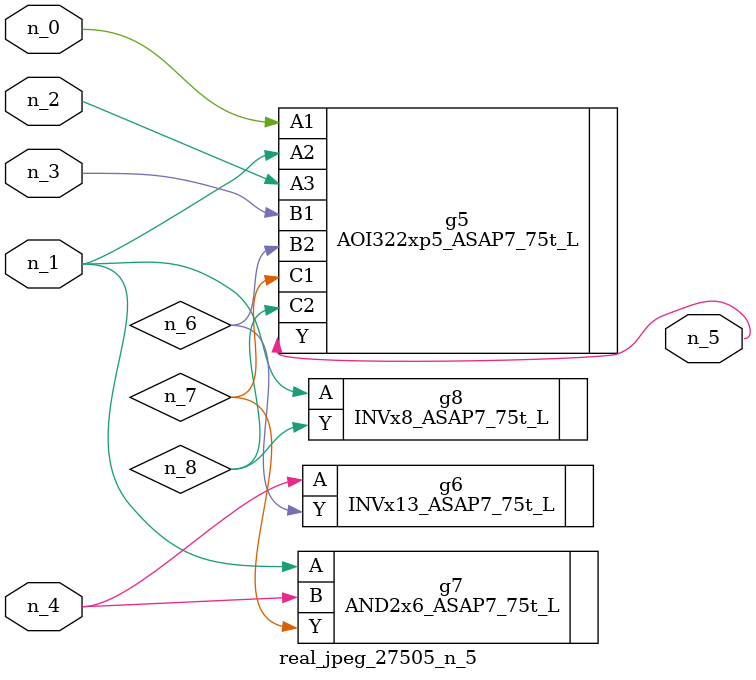
<source format=v>
module real_jpeg_27505_n_5 (n_4, n_0, n_1, n_2, n_3, n_5);

input n_4;
input n_0;
input n_1;
input n_2;
input n_3;

output n_5;

wire n_8;
wire n_6;
wire n_7;

AOI322xp5_ASAP7_75t_L g5 ( 
.A1(n_0),
.A2(n_1),
.A3(n_2),
.B1(n_3),
.B2(n_6),
.C1(n_7),
.C2(n_8),
.Y(n_5)
);

AND2x6_ASAP7_75t_L g7 ( 
.A(n_1),
.B(n_4),
.Y(n_7)
);

INVx8_ASAP7_75t_L g8 ( 
.A(n_1),
.Y(n_8)
);

INVx13_ASAP7_75t_L g6 ( 
.A(n_4),
.Y(n_6)
);


endmodule
</source>
